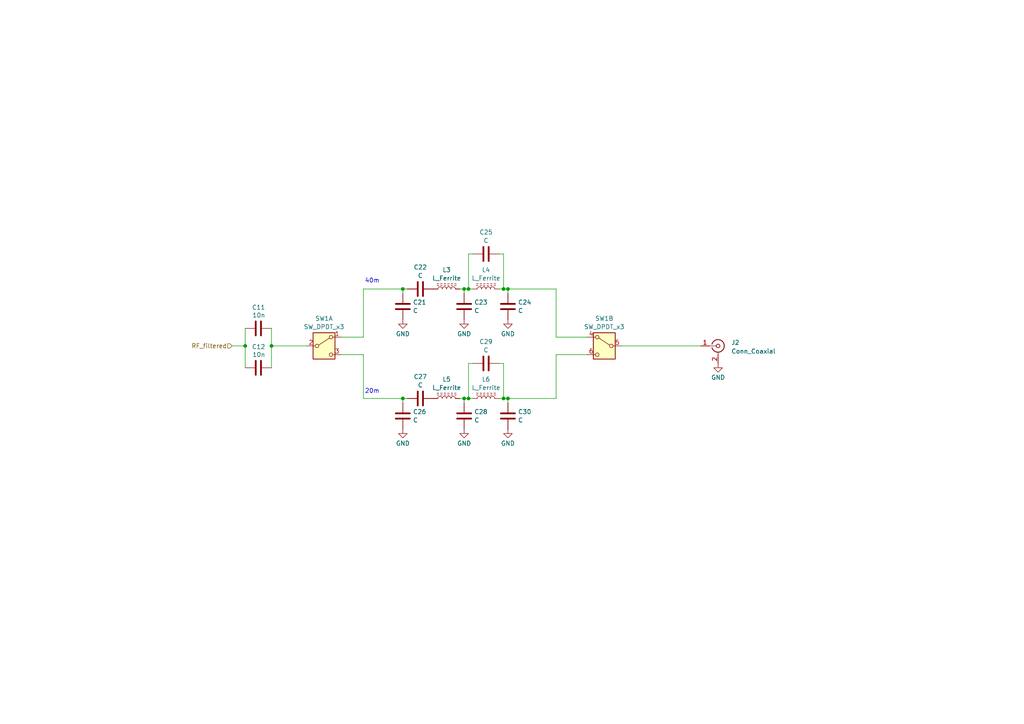
<source format=kicad_sch>
(kicad_sch
	(version 20231120)
	(generator "eeschema")
	(generator_version "8.0")
	(uuid "0f090b4b-3fff-4cf6-9434-d73c20a3fc15")
	(paper "A4")
	(lib_symbols
		(symbol "Connector:Conn_Coaxial"
			(pin_names
				(offset 1.016) hide)
			(exclude_from_sim no)
			(in_bom yes)
			(on_board yes)
			(property "Reference" "J"
				(at 0.254 3.048 0)
				(effects
					(font
						(size 1.27 1.27)
					)
				)
			)
			(property "Value" "Conn_Coaxial"
				(at 2.921 0 90)
				(effects
					(font
						(size 1.27 1.27)
					)
				)
			)
			(property "Footprint" ""
				(at 0 0 0)
				(effects
					(font
						(size 1.27 1.27)
					)
					(hide yes)
				)
			)
			(property "Datasheet" "~"
				(at 0 0 0)
				(effects
					(font
						(size 1.27 1.27)
					)
					(hide yes)
				)
			)
			(property "Description" "coaxial connector (BNC, SMA, SMB, SMC, Cinch/RCA, LEMO, ...)"
				(at 0 0 0)
				(effects
					(font
						(size 1.27 1.27)
					)
					(hide yes)
				)
			)
			(property "ki_keywords" "BNC SMA SMB SMC LEMO coaxial connector CINCH RCA MCX MMCX U.FL UMRF"
				(at 0 0 0)
				(effects
					(font
						(size 1.27 1.27)
					)
					(hide yes)
				)
			)
			(property "ki_fp_filters" "*BNC* *SMA* *SMB* *SMC* *Cinch* *LEMO* *UMRF* *MCX* *U.FL*"
				(at 0 0 0)
				(effects
					(font
						(size 1.27 1.27)
					)
					(hide yes)
				)
			)
			(symbol "Conn_Coaxial_0_1"
				(arc
					(start -1.778 -0.508)
					(mid 0.2311 -1.8066)
					(end 1.778 0)
					(stroke
						(width 0.254)
						(type default)
					)
					(fill
						(type none)
					)
				)
				(polyline
					(pts
						(xy -2.54 0) (xy -0.508 0)
					)
					(stroke
						(width 0)
						(type default)
					)
					(fill
						(type none)
					)
				)
				(polyline
					(pts
						(xy 0 -2.54) (xy 0 -1.778)
					)
					(stroke
						(width 0)
						(type default)
					)
					(fill
						(type none)
					)
				)
				(circle
					(center 0 0)
					(radius 0.508)
					(stroke
						(width 0.2032)
						(type default)
					)
					(fill
						(type none)
					)
				)
				(arc
					(start 1.778 0)
					(mid 0.2099 1.8101)
					(end -1.778 0.508)
					(stroke
						(width 0.254)
						(type default)
					)
					(fill
						(type none)
					)
				)
			)
			(symbol "Conn_Coaxial_1_1"
				(pin passive line
					(at -5.08 0 0)
					(length 2.54)
					(name "In"
						(effects
							(font
								(size 1.27 1.27)
							)
						)
					)
					(number "1"
						(effects
							(font
								(size 1.27 1.27)
							)
						)
					)
				)
				(pin passive line
					(at 0 -5.08 90)
					(length 2.54)
					(name "Ext"
						(effects
							(font
								(size 1.27 1.27)
							)
						)
					)
					(number "2"
						(effects
							(font
								(size 1.27 1.27)
							)
						)
					)
				)
			)
		)
		(symbol "Device:C"
			(pin_numbers hide)
			(pin_names
				(offset 0.254)
			)
			(exclude_from_sim no)
			(in_bom yes)
			(on_board yes)
			(property "Reference" "C"
				(at 0.635 2.54 0)
				(effects
					(font
						(size 1.27 1.27)
					)
					(justify left)
				)
			)
			(property "Value" "C"
				(at 0.635 -2.54 0)
				(effects
					(font
						(size 1.27 1.27)
					)
					(justify left)
				)
			)
			(property "Footprint" ""
				(at 0.9652 -3.81 0)
				(effects
					(font
						(size 1.27 1.27)
					)
					(hide yes)
				)
			)
			(property "Datasheet" "~"
				(at 0 0 0)
				(effects
					(font
						(size 1.27 1.27)
					)
					(hide yes)
				)
			)
			(property "Description" "Unpolarized capacitor"
				(at 0 0 0)
				(effects
					(font
						(size 1.27 1.27)
					)
					(hide yes)
				)
			)
			(property "ki_keywords" "cap capacitor"
				(at 0 0 0)
				(effects
					(font
						(size 1.27 1.27)
					)
					(hide yes)
				)
			)
			(property "ki_fp_filters" "C_*"
				(at 0 0 0)
				(effects
					(font
						(size 1.27 1.27)
					)
					(hide yes)
				)
			)
			(symbol "C_0_1"
				(polyline
					(pts
						(xy -2.032 -0.762) (xy 2.032 -0.762)
					)
					(stroke
						(width 0.508)
						(type default)
					)
					(fill
						(type none)
					)
				)
				(polyline
					(pts
						(xy -2.032 0.762) (xy 2.032 0.762)
					)
					(stroke
						(width 0.508)
						(type default)
					)
					(fill
						(type none)
					)
				)
			)
			(symbol "C_1_1"
				(pin passive line
					(at 0 3.81 270)
					(length 2.794)
					(name "~"
						(effects
							(font
								(size 1.27 1.27)
							)
						)
					)
					(number "1"
						(effects
							(font
								(size 1.27 1.27)
							)
						)
					)
				)
				(pin passive line
					(at 0 -3.81 90)
					(length 2.794)
					(name "~"
						(effects
							(font
								(size 1.27 1.27)
							)
						)
					)
					(number "2"
						(effects
							(font
								(size 1.27 1.27)
							)
						)
					)
				)
			)
		)
		(symbol "Device:L_Ferrite"
			(pin_numbers hide)
			(pin_names
				(offset 1.016) hide)
			(exclude_from_sim no)
			(in_bom yes)
			(on_board yes)
			(property "Reference" "L"
				(at -1.27 0 90)
				(effects
					(font
						(size 1.27 1.27)
					)
				)
			)
			(property "Value" "L_Ferrite"
				(at 2.794 0 90)
				(effects
					(font
						(size 1.27 1.27)
					)
				)
			)
			(property "Footprint" ""
				(at 0 0 0)
				(effects
					(font
						(size 1.27 1.27)
					)
					(hide yes)
				)
			)
			(property "Datasheet" "~"
				(at 0 0 0)
				(effects
					(font
						(size 1.27 1.27)
					)
					(hide yes)
				)
			)
			(property "Description" "Inductor with ferrite core"
				(at 0 0 0)
				(effects
					(font
						(size 1.27 1.27)
					)
					(hide yes)
				)
			)
			(property "ki_keywords" "inductor choke coil reactor magnetic"
				(at 0 0 0)
				(effects
					(font
						(size 1.27 1.27)
					)
					(hide yes)
				)
			)
			(property "ki_fp_filters" "Choke_* *Coil* Inductor_* L_*"
				(at 0 0 0)
				(effects
					(font
						(size 1.27 1.27)
					)
					(hide yes)
				)
			)
			(symbol "L_Ferrite_0_1"
				(arc
					(start 0 -2.54)
					(mid 0.6323 -1.905)
					(end 0 -1.27)
					(stroke
						(width 0)
						(type default)
					)
					(fill
						(type none)
					)
				)
				(arc
					(start 0 -1.27)
					(mid 0.6323 -0.635)
					(end 0 0)
					(stroke
						(width 0)
						(type default)
					)
					(fill
						(type none)
					)
				)
				(polyline
					(pts
						(xy 1.016 -2.794) (xy 1.016 -2.286)
					)
					(stroke
						(width 0)
						(type default)
					)
					(fill
						(type none)
					)
				)
				(polyline
					(pts
						(xy 1.016 -1.778) (xy 1.016 -1.27)
					)
					(stroke
						(width 0)
						(type default)
					)
					(fill
						(type none)
					)
				)
				(polyline
					(pts
						(xy 1.016 -0.762) (xy 1.016 -0.254)
					)
					(stroke
						(width 0)
						(type default)
					)
					(fill
						(type none)
					)
				)
				(polyline
					(pts
						(xy 1.016 0.254) (xy 1.016 0.762)
					)
					(stroke
						(width 0)
						(type default)
					)
					(fill
						(type none)
					)
				)
				(polyline
					(pts
						(xy 1.016 1.27) (xy 1.016 1.778)
					)
					(stroke
						(width 0)
						(type default)
					)
					(fill
						(type none)
					)
				)
				(polyline
					(pts
						(xy 1.016 2.286) (xy 1.016 2.794)
					)
					(stroke
						(width 0)
						(type default)
					)
					(fill
						(type none)
					)
				)
				(polyline
					(pts
						(xy 1.524 -2.286) (xy 1.524 -2.794)
					)
					(stroke
						(width 0)
						(type default)
					)
					(fill
						(type none)
					)
				)
				(polyline
					(pts
						(xy 1.524 -1.27) (xy 1.524 -1.778)
					)
					(stroke
						(width 0)
						(type default)
					)
					(fill
						(type none)
					)
				)
				(polyline
					(pts
						(xy 1.524 -0.254) (xy 1.524 -0.762)
					)
					(stroke
						(width 0)
						(type default)
					)
					(fill
						(type none)
					)
				)
				(polyline
					(pts
						(xy 1.524 0.762) (xy 1.524 0.254)
					)
					(stroke
						(width 0)
						(type default)
					)
					(fill
						(type none)
					)
				)
				(polyline
					(pts
						(xy 1.524 1.778) (xy 1.524 1.27)
					)
					(stroke
						(width 0)
						(type default)
					)
					(fill
						(type none)
					)
				)
				(polyline
					(pts
						(xy 1.524 2.794) (xy 1.524 2.286)
					)
					(stroke
						(width 0)
						(type default)
					)
					(fill
						(type none)
					)
				)
				(arc
					(start 0 0)
					(mid 0.6323 0.635)
					(end 0 1.27)
					(stroke
						(width 0)
						(type default)
					)
					(fill
						(type none)
					)
				)
				(arc
					(start 0 1.27)
					(mid 0.6323 1.905)
					(end 0 2.54)
					(stroke
						(width 0)
						(type default)
					)
					(fill
						(type none)
					)
				)
			)
			(symbol "L_Ferrite_1_1"
				(pin passive line
					(at 0 3.81 270)
					(length 1.27)
					(name "1"
						(effects
							(font
								(size 1.27 1.27)
							)
						)
					)
					(number "1"
						(effects
							(font
								(size 1.27 1.27)
							)
						)
					)
				)
				(pin passive line
					(at 0 -3.81 90)
					(length 1.27)
					(name "2"
						(effects
							(font
								(size 1.27 1.27)
							)
						)
					)
					(number "2"
						(effects
							(font
								(size 1.27 1.27)
							)
						)
					)
				)
			)
		)
		(symbol "power:GND"
			(power)
			(pin_numbers hide)
			(pin_names
				(offset 0) hide)
			(exclude_from_sim no)
			(in_bom yes)
			(on_board yes)
			(property "Reference" "#PWR"
				(at 0 -6.35 0)
				(effects
					(font
						(size 1.27 1.27)
					)
					(hide yes)
				)
			)
			(property "Value" "GND"
				(at 0 -3.81 0)
				(effects
					(font
						(size 1.27 1.27)
					)
				)
			)
			(property "Footprint" ""
				(at 0 0 0)
				(effects
					(font
						(size 1.27 1.27)
					)
					(hide yes)
				)
			)
			(property "Datasheet" ""
				(at 0 0 0)
				(effects
					(font
						(size 1.27 1.27)
					)
					(hide yes)
				)
			)
			(property "Description" "Power symbol creates a global label with name \"GND\" , ground"
				(at 0 0 0)
				(effects
					(font
						(size 1.27 1.27)
					)
					(hide yes)
				)
			)
			(property "ki_keywords" "global power"
				(at 0 0 0)
				(effects
					(font
						(size 1.27 1.27)
					)
					(hide yes)
				)
			)
			(symbol "GND_0_1"
				(polyline
					(pts
						(xy 0 0) (xy 0 -1.27) (xy 1.27 -1.27) (xy 0 -2.54) (xy -1.27 -1.27) (xy 0 -1.27)
					)
					(stroke
						(width 0)
						(type default)
					)
					(fill
						(type none)
					)
				)
			)
			(symbol "GND_1_1"
				(pin power_in line
					(at 0 0 270)
					(length 0)
					(name "~"
						(effects
							(font
								(size 1.27 1.27)
							)
						)
					)
					(number "1"
						(effects
							(font
								(size 1.27 1.27)
							)
						)
					)
				)
			)
		)
		(symbol "summit_scourer:SW_DPDT_x3"
			(pin_names
				(offset 0) hide)
			(exclude_from_sim no)
			(in_bom yes)
			(on_board yes)
			(property "Reference" "SW"
				(at 0 5.08 0)
				(effects
					(font
						(size 1.27 1.27)
					)
				)
			)
			(property "Value" "SW_DPDT_x3"
				(at 0 -5.08 0)
				(effects
					(font
						(size 1.27 1.27)
					)
				)
			)
			(property "Footprint" ""
				(at 0 0 0)
				(effects
					(font
						(size 1.27 1.27)
					)
					(hide yes)
				)
			)
			(property "Datasheet" "~"
				(at 0 0 0)
				(effects
					(font
						(size 1.27 1.27)
					)
					(hide yes)
				)
			)
			(property "Description" "Switch, dual pole double throw, separate symbols"
				(at 0 0 0)
				(effects
					(font
						(size 1.27 1.27)
					)
					(hide yes)
				)
			)
			(property "ki_keywords" "switch dual-pole double-throw DPDT spdt ON-ON"
				(at 0 0 0)
				(effects
					(font
						(size 1.27 1.27)
					)
					(hide yes)
				)
			)
			(property "ki_fp_filters" "SW*DPDT*"
				(at 0 0 0)
				(effects
					(font
						(size 1.27 1.27)
					)
					(hide yes)
				)
			)
			(symbol "SW_DPDT_x3_0_0"
				(circle
					(center -2.032 0)
					(radius 0.508)
					(stroke
						(width 0)
						(type default)
					)
					(fill
						(type none)
					)
				)
				(circle
					(center 2.032 -2.54)
					(radius 0.508)
					(stroke
						(width 0)
						(type default)
					)
					(fill
						(type none)
					)
				)
			)
			(symbol "SW_DPDT_x3_0_1"
				(rectangle
					(start -3.175 3.81)
					(end 3.175 -3.81)
					(stroke
						(width 0.254)
						(type default)
					)
					(fill
						(type background)
					)
				)
				(polyline
					(pts
						(xy -1.524 0.254) (xy 1.5748 2.286)
					)
					(stroke
						(width 0)
						(type default)
					)
					(fill
						(type none)
					)
				)
				(circle
					(center 2.032 2.54)
					(radius 0.508)
					(stroke
						(width 0)
						(type default)
					)
					(fill
						(type none)
					)
				)
			)
			(symbol "SW_DPDT_x3_1_1"
				(pin passive line
					(at 5.08 2.54 180)
					(length 2.54)
					(name "A"
						(effects
							(font
								(size 1.27 1.27)
							)
						)
					)
					(number "1"
						(effects
							(font
								(size 1.27 1.27)
							)
						)
					)
				)
				(pin passive line
					(at -5.08 0 0)
					(length 2.54)
					(name "B"
						(effects
							(font
								(size 1.27 1.27)
							)
						)
					)
					(number "2"
						(effects
							(font
								(size 1.27 1.27)
							)
						)
					)
				)
				(pin passive line
					(at 5.08 -2.54 180)
					(length 2.54)
					(name "C"
						(effects
							(font
								(size 1.27 1.27)
							)
						)
					)
					(number "3"
						(effects
							(font
								(size 1.27 1.27)
							)
						)
					)
				)
			)
			(symbol "SW_DPDT_x3_2_1"
				(pin passive line
					(at 5.08 2.54 180)
					(length 2.54)
					(name "A"
						(effects
							(font
								(size 1.27 1.27)
							)
						)
					)
					(number "4"
						(effects
							(font
								(size 1.27 1.27)
							)
						)
					)
				)
				(pin passive line
					(at -5.08 0 0)
					(length 2.54)
					(name "B"
						(effects
							(font
								(size 1.27 1.27)
							)
						)
					)
					(number "5"
						(effects
							(font
								(size 1.27 1.27)
							)
						)
					)
				)
				(pin passive line
					(at 5.08 -2.54 180)
					(length 2.54)
					(name "C"
						(effects
							(font
								(size 1.27 1.27)
							)
						)
					)
					(number "6"
						(effects
							(font
								(size 1.27 1.27)
							)
						)
					)
				)
			)
			(symbol "SW_DPDT_x3_3_1"
				(pin passive line
					(at 5.08 2.54 180)
					(length 2.54)
					(name "A"
						(effects
							(font
								(size 1.27 1.27)
							)
						)
					)
					(number "7"
						(effects
							(font
								(size 1.27 1.27)
							)
						)
					)
				)
				(pin passive line
					(at -5.08 0 0)
					(length 2.54)
					(name "B"
						(effects
							(font
								(size 1.27 1.27)
							)
						)
					)
					(number "8"
						(effects
							(font
								(size 1.27 1.27)
							)
						)
					)
				)
				(pin passive line
					(at 5.08 -2.54 180)
					(length 2.54)
					(name "C"
						(effects
							(font
								(size 1.27 1.27)
							)
						)
					)
					(number "9"
						(effects
							(font
								(size 1.27 1.27)
							)
						)
					)
				)
			)
		)
	)
	(junction
		(at 134.62 115.57)
		(diameter 0)
		(color 0 0 0 0)
		(uuid "3a424888-68b3-4b0d-b2f8-5ef0af00e9f6")
	)
	(junction
		(at 71.12 100.33)
		(diameter 0)
		(color 0 0 0 0)
		(uuid "437b1aa8-a808-4c0e-8ccc-217e4311362e")
	)
	(junction
		(at 78.74 100.33)
		(diameter 0)
		(color 0 0 0 0)
		(uuid "843deada-4f01-48b8-aebc-dd1a959d97f9")
	)
	(junction
		(at 116.84 115.57)
		(diameter 0)
		(color 0 0 0 0)
		(uuid "848f7df7-b7f4-40dd-af9f-c290efe4f4da")
	)
	(junction
		(at 135.89 83.82)
		(diameter 0)
		(color 0 0 0 0)
		(uuid "9c0097c4-f654-491f-a541-b65a9ce38ba9")
	)
	(junction
		(at 147.32 83.82)
		(diameter 0)
		(color 0 0 0 0)
		(uuid "c1b84da4-49cf-45d1-95c1-3b07d4031148")
	)
	(junction
		(at 135.89 115.57)
		(diameter 0)
		(color 0 0 0 0)
		(uuid "cbcff670-8d02-44d7-8ead-19ca8e6090be")
	)
	(junction
		(at 146.05 83.82)
		(diameter 0)
		(color 0 0 0 0)
		(uuid "daf8e6bf-b6cb-4426-9abe-203909d1db6f")
	)
	(junction
		(at 147.32 115.57)
		(diameter 0)
		(color 0 0 0 0)
		(uuid "dc2ed7b1-4be3-40ac-96ad-bb812f0b8885")
	)
	(junction
		(at 134.62 83.82)
		(diameter 0)
		(color 0 0 0 0)
		(uuid "de425d7e-22a6-468c-901e-82c599ef5fee")
	)
	(junction
		(at 146.05 115.57)
		(diameter 0)
		(color 0 0 0 0)
		(uuid "f8392b48-cd18-4d9c-9ceb-66f9bdafc4ea")
	)
	(junction
		(at 116.84 83.82)
		(diameter 0)
		(color 0 0 0 0)
		(uuid "fdc10199-31b6-41b5-a8ed-acb172d566d7")
	)
	(wire
		(pts
			(xy 135.89 115.57) (xy 137.16 115.57)
		)
		(stroke
			(width 0)
			(type default)
		)
		(uuid "12a65faf-ebf1-43c0-ae9f-2ac4640cdfef")
	)
	(wire
		(pts
			(xy 146.05 83.82) (xy 147.32 83.82)
		)
		(stroke
			(width 0)
			(type default)
		)
		(uuid "14c56a8c-7c9c-446e-961f-d9bd9f33da49")
	)
	(wire
		(pts
			(xy 134.62 83.82) (xy 135.89 83.82)
		)
		(stroke
			(width 0)
			(type default)
		)
		(uuid "14d38103-9e51-4134-874d-a283f460f84c")
	)
	(wire
		(pts
			(xy 180.34 100.33) (xy 203.2 100.33)
		)
		(stroke
			(width 0)
			(type default)
		)
		(uuid "14fe8e8d-5540-437c-82ca-2f3e79bd564b")
	)
	(wire
		(pts
			(xy 71.12 100.33) (xy 71.12 106.68)
		)
		(stroke
			(width 0)
			(type default)
		)
		(uuid "174ac5d3-4c6f-4900-9dbf-99f3bd76a0d1")
	)
	(wire
		(pts
			(xy 135.89 105.41) (xy 135.89 115.57)
		)
		(stroke
			(width 0)
			(type default)
		)
		(uuid "1eba7303-a4d3-452e-82ff-0fdd96966b78")
	)
	(wire
		(pts
			(xy 78.74 100.33) (xy 78.74 106.68)
		)
		(stroke
			(width 0)
			(type default)
		)
		(uuid "1fa8d43a-e948-48ac-9341-d4cf667841a5")
	)
	(wire
		(pts
			(xy 144.78 73.66) (xy 146.05 73.66)
		)
		(stroke
			(width 0)
			(type default)
		)
		(uuid "29760911-f6bc-4b27-84c0-1a807f5d419f")
	)
	(wire
		(pts
			(xy 71.12 95.25) (xy 71.12 100.33)
		)
		(stroke
			(width 0)
			(type default)
		)
		(uuid "29e9aec5-b6af-42c5-a793-d08373fc27ea")
	)
	(wire
		(pts
			(xy 134.62 115.57) (xy 133.35 115.57)
		)
		(stroke
			(width 0)
			(type default)
		)
		(uuid "2fbd6566-7d1e-4eb6-a2b8-c0a9b553db16")
	)
	(wire
		(pts
			(xy 135.89 83.82) (xy 137.16 83.82)
		)
		(stroke
			(width 0)
			(type default)
		)
		(uuid "33bbddd4-78ed-4417-bf6b-ca9bc320c4ae")
	)
	(wire
		(pts
			(xy 146.05 105.41) (xy 146.05 115.57)
		)
		(stroke
			(width 0)
			(type default)
		)
		(uuid "35da99da-17cb-4778-a7f5-f7ea03cfac87")
	)
	(wire
		(pts
			(xy 170.18 102.87) (xy 161.29 102.87)
		)
		(stroke
			(width 0)
			(type default)
		)
		(uuid "3b02a0be-734a-4ded-a766-d6917a884f03")
	)
	(wire
		(pts
			(xy 144.78 105.41) (xy 146.05 105.41)
		)
		(stroke
			(width 0)
			(type default)
		)
		(uuid "3edc85bc-3b0f-41d5-a7de-cad68e09d97f")
	)
	(wire
		(pts
			(xy 134.62 116.84) (xy 134.62 115.57)
		)
		(stroke
			(width 0)
			(type default)
		)
		(uuid "45c1d4d7-fa17-4cf1-b851-350e88918093")
	)
	(wire
		(pts
			(xy 147.32 116.84) (xy 147.32 115.57)
		)
		(stroke
			(width 0)
			(type default)
		)
		(uuid "47c7cf45-fff3-4192-8e9a-718fad969129")
	)
	(wire
		(pts
			(xy 137.16 73.66) (xy 135.89 73.66)
		)
		(stroke
			(width 0)
			(type default)
		)
		(uuid "5532ea2e-add2-4c12-9410-8fc480158cd5")
	)
	(wire
		(pts
			(xy 134.62 85.09) (xy 134.62 83.82)
		)
		(stroke
			(width 0)
			(type default)
		)
		(uuid "56230d7c-2faa-45d4-b30d-8f0d1730fb1e")
	)
	(wire
		(pts
			(xy 146.05 115.57) (xy 147.32 115.57)
		)
		(stroke
			(width 0)
			(type default)
		)
		(uuid "58a3df2d-11d5-4c6d-a353-9a1b7e52f021")
	)
	(wire
		(pts
			(xy 67.31 100.33) (xy 71.12 100.33)
		)
		(stroke
			(width 0)
			(type default)
		)
		(uuid "5e473325-1061-44c5-a21c-a7994b5ab5d6")
	)
	(wire
		(pts
			(xy 116.84 116.84) (xy 116.84 115.57)
		)
		(stroke
			(width 0)
			(type default)
		)
		(uuid "5e9c4275-26b9-4e9b-858c-e9481c1de143")
	)
	(wire
		(pts
			(xy 161.29 83.82) (xy 147.32 83.82)
		)
		(stroke
			(width 0)
			(type default)
		)
		(uuid "5ef2ca9b-61eb-41bf-b95b-2416941823d6")
	)
	(wire
		(pts
			(xy 135.89 73.66) (xy 135.89 83.82)
		)
		(stroke
			(width 0)
			(type default)
		)
		(uuid "6491813d-e7b5-454a-836d-c376e8313b81")
	)
	(wire
		(pts
			(xy 137.16 105.41) (xy 135.89 105.41)
		)
		(stroke
			(width 0)
			(type default)
		)
		(uuid "67a80a8f-9435-4d9b-8735-7d533abd9176")
	)
	(wire
		(pts
			(xy 144.78 83.82) (xy 146.05 83.82)
		)
		(stroke
			(width 0)
			(type default)
		)
		(uuid "6890cca5-fa4a-47d9-86fe-eb7064555d38")
	)
	(wire
		(pts
			(xy 99.06 97.79) (xy 105.41 97.79)
		)
		(stroke
			(width 0)
			(type default)
		)
		(uuid "68dc21e8-9fb3-4faa-b8a6-d460fe0df3fc")
	)
	(wire
		(pts
			(xy 78.74 100.33) (xy 78.74 95.25)
		)
		(stroke
			(width 0)
			(type default)
		)
		(uuid "87cca66f-c7e0-4b25-b74b-05ec0332d38f")
	)
	(wire
		(pts
			(xy 116.84 85.09) (xy 116.84 83.82)
		)
		(stroke
			(width 0)
			(type default)
		)
		(uuid "89c71049-2cc0-441e-8a31-2ee158c57565")
	)
	(wire
		(pts
			(xy 161.29 97.79) (xy 161.29 83.82)
		)
		(stroke
			(width 0)
			(type default)
		)
		(uuid "91b914c4-50c2-4cd8-b484-c92c40acbae9")
	)
	(wire
		(pts
			(xy 116.84 115.57) (xy 118.11 115.57)
		)
		(stroke
			(width 0)
			(type default)
		)
		(uuid "9258b8dc-fef8-4832-b7d8-0af1cf55f776")
	)
	(wire
		(pts
			(xy 116.84 83.82) (xy 118.11 83.82)
		)
		(stroke
			(width 0)
			(type default)
		)
		(uuid "94fce440-4d5d-441d-84d8-0648b2dd7269")
	)
	(wire
		(pts
			(xy 105.41 97.79) (xy 105.41 83.82)
		)
		(stroke
			(width 0)
			(type default)
		)
		(uuid "a2b39cd5-6708-44cc-9663-a8bc7c35c4fd")
	)
	(wire
		(pts
			(xy 147.32 85.09) (xy 147.32 83.82)
		)
		(stroke
			(width 0)
			(type default)
		)
		(uuid "b7afcb30-f2f6-468f-bdbd-e1e03de3bc96")
	)
	(wire
		(pts
			(xy 134.62 83.82) (xy 133.35 83.82)
		)
		(stroke
			(width 0)
			(type default)
		)
		(uuid "bf996d58-eadf-4cb8-b69d-34f0ec415dd0")
	)
	(wire
		(pts
			(xy 78.74 100.33) (xy 88.9 100.33)
		)
		(stroke
			(width 0)
			(type default)
		)
		(uuid "c156b8c6-fb8a-434d-b098-9703286476ec")
	)
	(wire
		(pts
			(xy 134.62 115.57) (xy 135.89 115.57)
		)
		(stroke
			(width 0)
			(type default)
		)
		(uuid "c428bae2-5881-433c-b6c5-985c26a2c41e")
	)
	(wire
		(pts
			(xy 105.41 115.57) (xy 116.84 115.57)
		)
		(stroke
			(width 0)
			(type default)
		)
		(uuid "c8ee8848-a211-4202-b5cc-5e13b078c509")
	)
	(wire
		(pts
			(xy 144.78 115.57) (xy 146.05 115.57)
		)
		(stroke
			(width 0)
			(type default)
		)
		(uuid "cba4805f-af24-4e8b-97b0-0bb465b607c2")
	)
	(wire
		(pts
			(xy 105.41 83.82) (xy 116.84 83.82)
		)
		(stroke
			(width 0)
			(type default)
		)
		(uuid "cd3e0e08-69ec-4f33-a3a0-ce927fb72e90")
	)
	(wire
		(pts
			(xy 105.41 102.87) (xy 105.41 115.57)
		)
		(stroke
			(width 0)
			(type default)
		)
		(uuid "d0e54653-a82d-4979-b050-cc337af55e3f")
	)
	(wire
		(pts
			(xy 99.06 102.87) (xy 105.41 102.87)
		)
		(stroke
			(width 0)
			(type default)
		)
		(uuid "dbe24048-1ba2-43ff-83d9-533bf4b15022")
	)
	(wire
		(pts
			(xy 147.32 115.57) (xy 161.29 115.57)
		)
		(stroke
			(width 0)
			(type default)
		)
		(uuid "e00aeff0-4ffc-491b-aafe-ab266c01452e")
	)
	(wire
		(pts
			(xy 161.29 102.87) (xy 161.29 115.57)
		)
		(stroke
			(width 0)
			(type default)
		)
		(uuid "e0b24e1a-ca48-492f-9f7e-cb88cce8a9d2")
	)
	(wire
		(pts
			(xy 170.18 97.79) (xy 161.29 97.79)
		)
		(stroke
			(width 0)
			(type default)
		)
		(uuid "f15399ec-f9cf-483b-a50c-c36cca7ee1cf")
	)
	(wire
		(pts
			(xy 146.05 73.66) (xy 146.05 83.82)
		)
		(stroke
			(width 0)
			(type default)
		)
		(uuid "f9237a8a-3fad-465a-b901-9372f2f6cab8")
	)
	(text "40m"
		(exclude_from_sim no)
		(at 107.95 81.534 0)
		(effects
			(font
				(size 1.27 1.27)
			)
		)
		(uuid "7236d2ca-814c-4f7c-9b4b-393af3ea8a00")
	)
	(text "20m"
		(exclude_from_sim no)
		(at 107.95 113.538 0)
		(effects
			(font
				(size 1.27 1.27)
			)
		)
		(uuid "ae2d43bd-5ae3-4295-9d37-c23b5f6de148")
	)
	(hierarchical_label "RF_filtered"
		(shape input)
		(at 67.31 100.33 180)
		(fields_autoplaced yes)
		(effects
			(font
				(size 1.27 1.27)
			)
			(justify right)
		)
		(uuid "1c9ddbc9-e357-4ad7-8804-375a8d09b002")
	)
	(symbol
		(lib_id "Device:C")
		(at 116.84 88.9 0)
		(unit 1)
		(exclude_from_sim no)
		(in_bom yes)
		(on_board yes)
		(dnp no)
		(fields_autoplaced yes)
		(uuid "0008e5ed-ce37-4eec-9948-b9de142517bd")
		(property "Reference" "C21"
			(at 119.761 87.6878 0)
			(effects
				(font
					(size 1.27 1.27)
				)
				(justify left)
			)
		)
		(property "Value" "C"
			(at 119.761 90.1121 0)
			(effects
				(font
					(size 1.27 1.27)
				)
				(justify left)
			)
		)
		(property "Footprint" ""
			(at 117.8052 92.71 0)
			(effects
				(font
					(size 1.27 1.27)
				)
				(hide yes)
			)
		)
		(property "Datasheet" "~"
			(at 116.84 88.9 0)
			(effects
				(font
					(size 1.27 1.27)
				)
				(hide yes)
			)
		)
		(property "Description" "Unpolarized capacitor"
			(at 116.84 88.9 0)
			(effects
				(font
					(size 1.27 1.27)
				)
				(hide yes)
			)
		)
		(pin "1"
			(uuid "254fdce8-1d51-4947-b44e-e0b478df7a27")
		)
		(pin "2"
			(uuid "2fa44093-9b23-4544-afa1-073d75da250b")
		)
		(instances
			(project "summit_scourer"
				(path "/97fa5a9e-fea2-40ae-976c-23c41ffbf522/9fbfd906-229a-4df1-bc19-fc11b139ce42"
					(reference "C21")
					(unit 1)
				)
			)
		)
	)
	(symbol
		(lib_id "Device:C")
		(at 140.97 73.66 90)
		(unit 1)
		(exclude_from_sim no)
		(in_bom yes)
		(on_board yes)
		(dnp no)
		(fields_autoplaced yes)
		(uuid "1ace01e2-9603-4014-98ad-7cde3a27a938")
		(property "Reference" "C25"
			(at 140.97 67.3565 90)
			(effects
				(font
					(size 1.27 1.27)
				)
			)
		)
		(property "Value" "C"
			(at 140.97 69.7808 90)
			(effects
				(font
					(size 1.27 1.27)
				)
			)
		)
		(property "Footprint" ""
			(at 144.78 72.6948 0)
			(effects
				(font
					(size 1.27 1.27)
				)
				(hide yes)
			)
		)
		(property "Datasheet" "~"
			(at 140.97 73.66 0)
			(effects
				(font
					(size 1.27 1.27)
				)
				(hide yes)
			)
		)
		(property "Description" "Unpolarized capacitor"
			(at 140.97 73.66 0)
			(effects
				(font
					(size 1.27 1.27)
				)
				(hide yes)
			)
		)
		(pin "1"
			(uuid "ba9e4928-4671-4875-84e1-261b1204eac3")
		)
		(pin "2"
			(uuid "ea24d381-1fb4-42c0-b94c-d4c2c2b464b6")
		)
		(instances
			(project "summit_scourer"
				(path "/97fa5a9e-fea2-40ae-976c-23c41ffbf522/9fbfd906-229a-4df1-bc19-fc11b139ce42"
					(reference "C25")
					(unit 1)
				)
			)
		)
	)
	(symbol
		(lib_id "Device:C")
		(at 116.84 120.65 0)
		(unit 1)
		(exclude_from_sim no)
		(in_bom yes)
		(on_board yes)
		(dnp no)
		(fields_autoplaced yes)
		(uuid "2257764d-4c80-4ff7-8428-bfd7bd335161")
		(property "Reference" "C26"
			(at 119.761 119.4378 0)
			(effects
				(font
					(size 1.27 1.27)
				)
				(justify left)
			)
		)
		(property "Value" "C"
			(at 119.761 121.8621 0)
			(effects
				(font
					(size 1.27 1.27)
				)
				(justify left)
			)
		)
		(property "Footprint" ""
			(at 117.8052 124.46 0)
			(effects
				(font
					(size 1.27 1.27)
				)
				(hide yes)
			)
		)
		(property "Datasheet" "~"
			(at 116.84 120.65 0)
			(effects
				(font
					(size 1.27 1.27)
				)
				(hide yes)
			)
		)
		(property "Description" "Unpolarized capacitor"
			(at 116.84 120.65 0)
			(effects
				(font
					(size 1.27 1.27)
				)
				(hide yes)
			)
		)
		(pin "1"
			(uuid "343929dd-3d6b-4ca0-8ab4-0233f6b17cda")
		)
		(pin "2"
			(uuid "0f5e70b7-6a19-45f6-8136-0e18ee95e149")
		)
		(instances
			(project "summit_scourer"
				(path "/97fa5a9e-fea2-40ae-976c-23c41ffbf522/9fbfd906-229a-4df1-bc19-fc11b139ce42"
					(reference "C26")
					(unit 1)
				)
			)
		)
	)
	(symbol
		(lib_id "power:GND")
		(at 134.62 92.71 0)
		(unit 1)
		(exclude_from_sim no)
		(in_bom yes)
		(on_board yes)
		(dnp no)
		(fields_autoplaced yes)
		(uuid "2daee4a9-77fd-46da-aef0-60f2d508b3e5")
		(property "Reference" "#PWR025"
			(at 134.62 99.06 0)
			(effects
				(font
					(size 1.27 1.27)
				)
				(hide yes)
			)
		)
		(property "Value" "GND"
			(at 134.62 96.8431 0)
			(effects
				(font
					(size 1.27 1.27)
				)
			)
		)
		(property "Footprint" ""
			(at 134.62 92.71 0)
			(effects
				(font
					(size 1.27 1.27)
				)
				(hide yes)
			)
		)
		(property "Datasheet" ""
			(at 134.62 92.71 0)
			(effects
				(font
					(size 1.27 1.27)
				)
				(hide yes)
			)
		)
		(property "Description" "Power symbol creates a global label with name \"GND\" , ground"
			(at 134.62 92.71 0)
			(effects
				(font
					(size 1.27 1.27)
				)
				(hide yes)
			)
		)
		(pin "1"
			(uuid "52ca3800-812d-4d18-bb90-038681a655af")
		)
		(instances
			(project "summit_scourer"
				(path "/97fa5a9e-fea2-40ae-976c-23c41ffbf522/9fbfd906-229a-4df1-bc19-fc11b139ce42"
					(reference "#PWR025")
					(unit 1)
				)
			)
		)
	)
	(symbol
		(lib_id "power:GND")
		(at 134.62 124.46 0)
		(unit 1)
		(exclude_from_sim no)
		(in_bom yes)
		(on_board yes)
		(dnp no)
		(fields_autoplaced yes)
		(uuid "2fba2ca4-58fe-4342-86d1-ef1b20708784")
		(property "Reference" "#PWR028"
			(at 134.62 130.81 0)
			(effects
				(font
					(size 1.27 1.27)
				)
				(hide yes)
			)
		)
		(property "Value" "GND"
			(at 134.62 128.5931 0)
			(effects
				(font
					(size 1.27 1.27)
				)
			)
		)
		(property "Footprint" ""
			(at 134.62 124.46 0)
			(effects
				(font
					(size 1.27 1.27)
				)
				(hide yes)
			)
		)
		(property "Datasheet" ""
			(at 134.62 124.46 0)
			(effects
				(font
					(size 1.27 1.27)
				)
				(hide yes)
			)
		)
		(property "Description" "Power symbol creates a global label with name \"GND\" , ground"
			(at 134.62 124.46 0)
			(effects
				(font
					(size 1.27 1.27)
				)
				(hide yes)
			)
		)
		(pin "1"
			(uuid "c4ee85d4-5e61-4cb1-8f8c-b23918f8c652")
		)
		(instances
			(project "summit_scourer"
				(path "/97fa5a9e-fea2-40ae-976c-23c41ffbf522/9fbfd906-229a-4df1-bc19-fc11b139ce42"
					(reference "#PWR028")
					(unit 1)
				)
			)
		)
	)
	(symbol
		(lib_id "power:GND")
		(at 116.84 92.71 0)
		(unit 1)
		(exclude_from_sim no)
		(in_bom yes)
		(on_board yes)
		(dnp no)
		(fields_autoplaced yes)
		(uuid "343147b9-24a7-47e9-94d9-8c546c2b5307")
		(property "Reference" "#PWR024"
			(at 116.84 99.06 0)
			(effects
				(font
					(size 1.27 1.27)
				)
				(hide yes)
			)
		)
		(property "Value" "GND"
			(at 116.84 96.8431 0)
			(effects
				(font
					(size 1.27 1.27)
				)
			)
		)
		(property "Footprint" ""
			(at 116.84 92.71 0)
			(effects
				(font
					(size 1.27 1.27)
				)
				(hide yes)
			)
		)
		(property "Datasheet" ""
			(at 116.84 92.71 0)
			(effects
				(font
					(size 1.27 1.27)
				)
				(hide yes)
			)
		)
		(property "Description" "Power symbol creates a global label with name \"GND\" , ground"
			(at 116.84 92.71 0)
			(effects
				(font
					(size 1.27 1.27)
				)
				(hide yes)
			)
		)
		(pin "1"
			(uuid "f1b177a6-6a8e-42a7-83ae-c42e1f3e3de3")
		)
		(instances
			(project "summit_scourer"
				(path "/97fa5a9e-fea2-40ae-976c-23c41ffbf522/9fbfd906-229a-4df1-bc19-fc11b139ce42"
					(reference "#PWR024")
					(unit 1)
				)
			)
		)
	)
	(symbol
		(lib_id "summit_scourer:SW_DPDT_x3")
		(at 175.26 100.33 0)
		(mirror y)
		(unit 2)
		(exclude_from_sim no)
		(in_bom yes)
		(on_board yes)
		(dnp no)
		(uuid "394a8c30-2375-4388-a3c0-276b4eaaa0a8")
		(property "Reference" "SW1"
			(at 175.26 92.3755 0)
			(effects
				(font
					(size 1.27 1.27)
				)
			)
		)
		(property "Value" "SW_DPDT_x3"
			(at 175.26 94.7998 0)
			(effects
				(font
					(size 1.27 1.27)
				)
			)
		)
		(property "Footprint" ""
			(at 175.26 100.33 0)
			(effects
				(font
					(size 1.27 1.27)
				)
				(hide yes)
			)
		)
		(property "Datasheet" "~"
			(at 175.26 100.33 0)
			(effects
				(font
					(size 1.27 1.27)
				)
				(hide yes)
			)
		)
		(property "Description" "Switch, dual pole double throw, separate symbols"
			(at 175.26 100.33 0)
			(effects
				(font
					(size 1.27 1.27)
				)
				(hide yes)
			)
		)
		(pin "1"
			(uuid "c59e8c08-2d0b-4789-aa13-e616ae9b76a0")
		)
		(pin "3"
			(uuid "f4f3fca1-b7f5-4e36-8491-d764887913e8")
		)
		(pin "8"
			(uuid "8b157994-0774-47b3-bd20-fe41c9f9f56e")
		)
		(pin "6"
			(uuid "2c291557-0972-4c87-b872-5180a87a5fa5")
		)
		(pin "7"
			(uuid "d9718383-b4e3-4b86-9324-e0c5c262c20a")
		)
		(pin "9"
			(uuid "ae6b256d-7814-4705-975a-11ff34c8cb9f")
		)
		(pin "4"
			(uuid "31f8ec51-0102-4684-a758-f8b1d2283c9f")
		)
		(pin "5"
			(uuid "37b9bc1f-f78c-42ee-8a3e-55e1bfda4115")
		)
		(pin "2"
			(uuid "d8db9691-3547-4a08-9733-37d3577a9f3b")
		)
		(instances
			(project "summit_scourer"
				(path "/97fa5a9e-fea2-40ae-976c-23c41ffbf522/9fbfd906-229a-4df1-bc19-fc11b139ce42"
					(reference "SW1")
					(unit 2)
				)
			)
		)
	)
	(symbol
		(lib_id "Device:C")
		(at 134.62 88.9 0)
		(unit 1)
		(exclude_from_sim no)
		(in_bom yes)
		(on_board yes)
		(dnp no)
		(fields_autoplaced yes)
		(uuid "3c2c92cd-fd3e-4c89-9daf-f2a0cd3aae1e")
		(property "Reference" "C23"
			(at 137.541 87.6878 0)
			(effects
				(font
					(size 1.27 1.27)
				)
				(justify left)
			)
		)
		(property "Value" "C"
			(at 137.541 90.1121 0)
			(effects
				(font
					(size 1.27 1.27)
				)
				(justify left)
			)
		)
		(property "Footprint" ""
			(at 135.5852 92.71 0)
			(effects
				(font
					(size 1.27 1.27)
				)
				(hide yes)
			)
		)
		(property "Datasheet" "~"
			(at 134.62 88.9 0)
			(effects
				(font
					(size 1.27 1.27)
				)
				(hide yes)
			)
		)
		(property "Description" "Unpolarized capacitor"
			(at 134.62 88.9 0)
			(effects
				(font
					(size 1.27 1.27)
				)
				(hide yes)
			)
		)
		(pin "1"
			(uuid "6d3b9c15-9f38-43c1-bcde-e73d6f9f3243")
		)
		(pin "2"
			(uuid "bc894f61-40ac-4d01-8d02-4322532b7d0f")
		)
		(instances
			(project "summit_scourer"
				(path "/97fa5a9e-fea2-40ae-976c-23c41ffbf522/9fbfd906-229a-4df1-bc19-fc11b139ce42"
					(reference "C23")
					(unit 1)
				)
			)
		)
	)
	(symbol
		(lib_id "summit_scourer:SW_DPDT_x3")
		(at 93.98 100.33 0)
		(unit 1)
		(exclude_from_sim no)
		(in_bom yes)
		(on_board yes)
		(dnp no)
		(fields_autoplaced yes)
		(uuid "3ef1274d-8285-47c3-ba61-dda14ece73ad")
		(property "Reference" "SW1"
			(at 93.98 92.3755 0)
			(effects
				(font
					(size 1.27 1.27)
				)
			)
		)
		(property "Value" "SW_DPDT_x3"
			(at 93.98 94.7998 0)
			(effects
				(font
					(size 1.27 1.27)
				)
			)
		)
		(property "Footprint" ""
			(at 93.98 100.33 0)
			(effects
				(font
					(size 1.27 1.27)
				)
				(hide yes)
			)
		)
		(property "Datasheet" "~"
			(at 93.98 100.33 0)
			(effects
				(font
					(size 1.27 1.27)
				)
				(hide yes)
			)
		)
		(property "Description" "Switch, dual pole double throw, separate symbols"
			(at 93.98 100.33 0)
			(effects
				(font
					(size 1.27 1.27)
				)
				(hide yes)
			)
		)
		(pin "1"
			(uuid "c59e8c08-2d0b-4789-aa13-e616ae9b76a0")
		)
		(pin "3"
			(uuid "f4f3fca1-b7f5-4e36-8491-d764887913e8")
		)
		(pin "8"
			(uuid "8b157994-0774-47b3-bd20-fe41c9f9f56e")
		)
		(pin "6"
			(uuid "2c291557-0972-4c87-b872-5180a87a5fa5")
		)
		(pin "7"
			(uuid "d9718383-b4e3-4b86-9324-e0c5c262c20a")
		)
		(pin "9"
			(uuid "ae6b256d-7814-4705-975a-11ff34c8cb9f")
		)
		(pin "4"
			(uuid "31f8ec51-0102-4684-a758-f8b1d2283c9f")
		)
		(pin "5"
			(uuid "37b9bc1f-f78c-42ee-8a3e-55e1bfda4115")
		)
		(pin "2"
			(uuid "d8db9691-3547-4a08-9733-37d3577a9f3b")
		)
		(instances
			(project "summit_scourer"
				(path "/97fa5a9e-fea2-40ae-976c-23c41ffbf522/9fbfd906-229a-4df1-bc19-fc11b139ce42"
					(reference "SW1")
					(unit 1)
				)
			)
		)
	)
	(symbol
		(lib_id "Device:C")
		(at 134.62 120.65 0)
		(unit 1)
		(exclude_from_sim no)
		(in_bom yes)
		(on_board yes)
		(dnp no)
		(fields_autoplaced yes)
		(uuid "536b880c-71e2-4934-a8e1-5bf3da981de9")
		(property "Reference" "C28"
			(at 137.541 119.4378 0)
			(effects
				(font
					(size 1.27 1.27)
				)
				(justify left)
			)
		)
		(property "Value" "C"
			(at 137.541 121.8621 0)
			(effects
				(font
					(size 1.27 1.27)
				)
				(justify left)
			)
		)
		(property "Footprint" ""
			(at 135.5852 124.46 0)
			(effects
				(font
					(size 1.27 1.27)
				)
				(hide yes)
			)
		)
		(property "Datasheet" "~"
			(at 134.62 120.65 0)
			(effects
				(font
					(size 1.27 1.27)
				)
				(hide yes)
			)
		)
		(property "Description" "Unpolarized capacitor"
			(at 134.62 120.65 0)
			(effects
				(font
					(size 1.27 1.27)
				)
				(hide yes)
			)
		)
		(pin "1"
			(uuid "17367b28-4356-4012-a569-d3226506316d")
		)
		(pin "2"
			(uuid "76a02247-2d6a-490f-93cd-9dd351683465")
		)
		(instances
			(project "summit_scourer"
				(path "/97fa5a9e-fea2-40ae-976c-23c41ffbf522/9fbfd906-229a-4df1-bc19-fc11b139ce42"
					(reference "C28")
					(unit 1)
				)
			)
		)
	)
	(symbol
		(lib_id "Device:C")
		(at 140.97 105.41 90)
		(unit 1)
		(exclude_from_sim no)
		(in_bom yes)
		(on_board yes)
		(dnp no)
		(fields_autoplaced yes)
		(uuid "57a832aa-a43d-4e6d-aed9-0c2ffde27d25")
		(property "Reference" "C29"
			(at 140.97 99.1065 90)
			(effects
				(font
					(size 1.27 1.27)
				)
			)
		)
		(property "Value" "C"
			(at 140.97 101.5308 90)
			(effects
				(font
					(size 1.27 1.27)
				)
			)
		)
		(property "Footprint" ""
			(at 144.78 104.4448 0)
			(effects
				(font
					(size 1.27 1.27)
				)
				(hide yes)
			)
		)
		(property "Datasheet" "~"
			(at 140.97 105.41 0)
			(effects
				(font
					(size 1.27 1.27)
				)
				(hide yes)
			)
		)
		(property "Description" "Unpolarized capacitor"
			(at 140.97 105.41 0)
			(effects
				(font
					(size 1.27 1.27)
				)
				(hide yes)
			)
		)
		(pin "1"
			(uuid "2051caac-d086-4169-956e-77ba3491492c")
		)
		(pin "2"
			(uuid "930599f7-05a9-47e2-aecf-34cf73e656ca")
		)
		(instances
			(project "summit_scourer"
				(path "/97fa5a9e-fea2-40ae-976c-23c41ffbf522/9fbfd906-229a-4df1-bc19-fc11b139ce42"
					(reference "C29")
					(unit 1)
				)
			)
		)
	)
	(symbol
		(lib_id "Device:C")
		(at 147.32 88.9 0)
		(unit 1)
		(exclude_from_sim no)
		(in_bom yes)
		(on_board yes)
		(dnp no)
		(fields_autoplaced yes)
		(uuid "59b540d2-bc7a-4433-9fe8-27e5c1c321b3")
		(property "Reference" "C24"
			(at 150.241 87.6878 0)
			(effects
				(font
					(size 1.27 1.27)
				)
				(justify left)
			)
		)
		(property "Value" "C"
			(at 150.241 90.1121 0)
			(effects
				(font
					(size 1.27 1.27)
				)
				(justify left)
			)
		)
		(property "Footprint" ""
			(at 148.2852 92.71 0)
			(effects
				(font
					(size 1.27 1.27)
				)
				(hide yes)
			)
		)
		(property "Datasheet" "~"
			(at 147.32 88.9 0)
			(effects
				(font
					(size 1.27 1.27)
				)
				(hide yes)
			)
		)
		(property "Description" "Unpolarized capacitor"
			(at 147.32 88.9 0)
			(effects
				(font
					(size 1.27 1.27)
				)
				(hide yes)
			)
		)
		(pin "1"
			(uuid "53ea25cf-471d-4f17-8e44-c4b6685d1c5d")
		)
		(pin "2"
			(uuid "dd058990-82b9-4d29-8142-f120cd32faa4")
		)
		(instances
			(project "summit_scourer"
				(path "/97fa5a9e-fea2-40ae-976c-23c41ffbf522/9fbfd906-229a-4df1-bc19-fc11b139ce42"
					(reference "C24")
					(unit 1)
				)
			)
		)
	)
	(symbol
		(lib_id "Device:L_Ferrite")
		(at 129.54 83.82 90)
		(unit 1)
		(exclude_from_sim no)
		(in_bom yes)
		(on_board yes)
		(dnp no)
		(fields_autoplaced yes)
		(uuid "5d6a21d9-5c04-4823-a6b5-02b26b54001f")
		(property "Reference" "L3"
			(at 129.54 78.2785 90)
			(effects
				(font
					(size 1.27 1.27)
				)
			)
		)
		(property "Value" "L_Ferrite"
			(at 129.54 80.7028 90)
			(effects
				(font
					(size 1.27 1.27)
				)
			)
		)
		(property "Footprint" ""
			(at 129.54 83.82 0)
			(effects
				(font
					(size 1.27 1.27)
				)
				(hide yes)
			)
		)
		(property "Datasheet" "~"
			(at 129.54 83.82 0)
			(effects
				(font
					(size 1.27 1.27)
				)
				(hide yes)
			)
		)
		(property "Description" "Inductor with ferrite core"
			(at 129.54 83.82 0)
			(effects
				(font
					(size 1.27 1.27)
				)
				(hide yes)
			)
		)
		(pin "1"
			(uuid "c33dd150-2049-4162-85d5-ee0ab82161d8")
		)
		(pin "2"
			(uuid "a31afa16-ca8d-467b-83e0-6b316f559548")
		)
		(instances
			(project "summit_scourer"
				(path "/97fa5a9e-fea2-40ae-976c-23c41ffbf522/9fbfd906-229a-4df1-bc19-fc11b139ce42"
					(reference "L3")
					(unit 1)
				)
			)
		)
	)
	(symbol
		(lib_id "Device:C")
		(at 74.93 95.25 90)
		(mirror x)
		(unit 1)
		(exclude_from_sim no)
		(in_bom yes)
		(on_board yes)
		(dnp no)
		(uuid "71bfcf1e-ff18-470f-914b-b1fecb8b07a6")
		(property "Reference" "C11"
			(at 76.962 89.154 90)
			(effects
				(font
					(size 1.27 1.27)
				)
				(justify left)
			)
		)
		(property "Value" "10n"
			(at 76.962 91.44 90)
			(effects
				(font
					(size 1.27 1.27)
				)
				(justify left)
			)
		)
		(property "Footprint" "Capacitor_SMD:C_0504_1310Metric_Pad0.83x1.28mm_HandSolder"
			(at 78.74 96.2152 0)
			(effects
				(font
					(size 1.27 1.27)
				)
				(hide yes)
			)
		)
		(property "Datasheet" "~"
			(at 74.93 95.25 0)
			(effects
				(font
					(size 1.27 1.27)
				)
				(hide yes)
			)
		)
		(property "Description" "Unpolarized capacitor"
			(at 74.93 95.25 0)
			(effects
				(font
					(size 1.27 1.27)
				)
				(hide yes)
			)
		)
		(pin "1"
			(uuid "7e38e87d-21d7-4d77-a410-8b2d2a965d51")
		)
		(pin "2"
			(uuid "d70431a2-367f-487b-8fbc-72fce69278af")
		)
		(instances
			(project "summit_scourer"
				(path "/97fa5a9e-fea2-40ae-976c-23c41ffbf522/9fbfd906-229a-4df1-bc19-fc11b139ce42"
					(reference "C11")
					(unit 1)
				)
			)
		)
	)
	(symbol
		(lib_id "Device:C")
		(at 74.93 106.68 90)
		(mirror x)
		(unit 1)
		(exclude_from_sim no)
		(in_bom yes)
		(on_board yes)
		(dnp no)
		(uuid "7762f524-6c36-4a94-806e-23bac97c0b52")
		(property "Reference" "C12"
			(at 76.962 100.584 90)
			(effects
				(font
					(size 1.27 1.27)
				)
				(justify left)
			)
		)
		(property "Value" "10n"
			(at 76.962 102.87 90)
			(effects
				(font
					(size 1.27 1.27)
				)
				(justify left)
			)
		)
		(property "Footprint" "Capacitor_SMD:C_0504_1310Metric_Pad0.83x1.28mm_HandSolder"
			(at 78.74 107.6452 0)
			(effects
				(font
					(size 1.27 1.27)
				)
				(hide yes)
			)
		)
		(property "Datasheet" "~"
			(at 74.93 106.68 0)
			(effects
				(font
					(size 1.27 1.27)
				)
				(hide yes)
			)
		)
		(property "Description" "Unpolarized capacitor"
			(at 74.93 106.68 0)
			(effects
				(font
					(size 1.27 1.27)
				)
				(hide yes)
			)
		)
		(pin "1"
			(uuid "69936dd9-d573-4f7c-8ca9-aed269a69200")
		)
		(pin "2"
			(uuid "cf2b10c8-2d58-4201-8395-74b73885548e")
		)
		(instances
			(project "summit_scourer"
				(path "/97fa5a9e-fea2-40ae-976c-23c41ffbf522/9fbfd906-229a-4df1-bc19-fc11b139ce42"
					(reference "C12")
					(unit 1)
				)
			)
		)
	)
	(symbol
		(lib_id "Device:C")
		(at 121.92 115.57 90)
		(unit 1)
		(exclude_from_sim no)
		(in_bom yes)
		(on_board yes)
		(dnp no)
		(fields_autoplaced yes)
		(uuid "8ee7e77b-82cc-456a-b2d5-96dc619b31f5")
		(property "Reference" "C27"
			(at 121.92 109.2665 90)
			(effects
				(font
					(size 1.27 1.27)
				)
			)
		)
		(property "Value" "C"
			(at 121.92 111.6908 90)
			(effects
				(font
					(size 1.27 1.27)
				)
			)
		)
		(property "Footprint" ""
			(at 125.73 114.6048 0)
			(effects
				(font
					(size 1.27 1.27)
				)
				(hide yes)
			)
		)
		(property "Datasheet" "~"
			(at 121.92 115.57 0)
			(effects
				(font
					(size 1.27 1.27)
				)
				(hide yes)
			)
		)
		(property "Description" "Unpolarized capacitor"
			(at 121.92 115.57 0)
			(effects
				(font
					(size 1.27 1.27)
				)
				(hide yes)
			)
		)
		(pin "1"
			(uuid "d2208ab1-b4c2-4caa-ba22-120270b78c40")
		)
		(pin "2"
			(uuid "7b3068a2-7020-4a24-b17a-9ad86b5a8cc6")
		)
		(instances
			(project "summit_scourer"
				(path "/97fa5a9e-fea2-40ae-976c-23c41ffbf522/9fbfd906-229a-4df1-bc19-fc11b139ce42"
					(reference "C27")
					(unit 1)
				)
			)
		)
	)
	(symbol
		(lib_id "Device:C")
		(at 147.32 120.65 0)
		(unit 1)
		(exclude_from_sim no)
		(in_bom yes)
		(on_board yes)
		(dnp no)
		(fields_autoplaced yes)
		(uuid "91a9e08b-e062-44e3-b15b-1a56507c717b")
		(property "Reference" "C30"
			(at 150.241 119.4378 0)
			(effects
				(font
					(size 1.27 1.27)
				)
				(justify left)
			)
		)
		(property "Value" "C"
			(at 150.241 121.8621 0)
			(effects
				(font
					(size 1.27 1.27)
				)
				(justify left)
			)
		)
		(property "Footprint" ""
			(at 148.2852 124.46 0)
			(effects
				(font
					(size 1.27 1.27)
				)
				(hide yes)
			)
		)
		(property "Datasheet" "~"
			(at 147.32 120.65 0)
			(effects
				(font
					(size 1.27 1.27)
				)
				(hide yes)
			)
		)
		(property "Description" "Unpolarized capacitor"
			(at 147.32 120.65 0)
			(effects
				(font
					(size 1.27 1.27)
				)
				(hide yes)
			)
		)
		(pin "1"
			(uuid "e739c5a4-4046-4ebb-b65f-f1208219b874")
		)
		(pin "2"
			(uuid "fbd4bb4b-a0e3-4af9-baae-d4877e86eda4")
		)
		(instances
			(project "summit_scourer"
				(path "/97fa5a9e-fea2-40ae-976c-23c41ffbf522/9fbfd906-229a-4df1-bc19-fc11b139ce42"
					(reference "C30")
					(unit 1)
				)
			)
		)
	)
	(symbol
		(lib_id "power:GND")
		(at 208.28 105.41 0)
		(unit 1)
		(exclude_from_sim no)
		(in_bom yes)
		(on_board yes)
		(dnp no)
		(uuid "935989ac-7dca-4e01-8481-cd117ad42924")
		(property "Reference" "#PWR012"
			(at 208.28 111.76 0)
			(effects
				(font
					(size 1.27 1.27)
				)
				(hide yes)
			)
		)
		(property "Value" "GND"
			(at 208.28 109.474 0)
			(effects
				(font
					(size 1.27 1.27)
				)
			)
		)
		(property "Footprint" ""
			(at 208.28 105.41 0)
			(effects
				(font
					(size 1.27 1.27)
				)
				(hide yes)
			)
		)
		(property "Datasheet" ""
			(at 208.28 105.41 0)
			(effects
				(font
					(size 1.27 1.27)
				)
				(hide yes)
			)
		)
		(property "Description" "Power symbol creates a global label with name \"GND\" , ground"
			(at 208.28 105.41 0)
			(effects
				(font
					(size 1.27 1.27)
				)
				(hide yes)
			)
		)
		(pin "1"
			(uuid "f4e8698b-9c4b-4436-abce-d87d2af1d3d6")
		)
		(instances
			(project "summit_scourer"
				(path "/97fa5a9e-fea2-40ae-976c-23c41ffbf522/9fbfd906-229a-4df1-bc19-fc11b139ce42"
					(reference "#PWR012")
					(unit 1)
				)
			)
		)
	)
	(symbol
		(lib_id "Device:C")
		(at 121.92 83.82 90)
		(unit 1)
		(exclude_from_sim no)
		(in_bom yes)
		(on_board yes)
		(dnp no)
		(fields_autoplaced yes)
		(uuid "953f2812-83ed-407b-9efb-67e8e7b18f50")
		(property "Reference" "C22"
			(at 121.92 77.5165 90)
			(effects
				(font
					(size 1.27 1.27)
				)
			)
		)
		(property "Value" "C"
			(at 121.92 79.9408 90)
			(effects
				(font
					(size 1.27 1.27)
				)
			)
		)
		(property "Footprint" ""
			(at 125.73 82.8548 0)
			(effects
				(font
					(size 1.27 1.27)
				)
				(hide yes)
			)
		)
		(property "Datasheet" "~"
			(at 121.92 83.82 0)
			(effects
				(font
					(size 1.27 1.27)
				)
				(hide yes)
			)
		)
		(property "Description" "Unpolarized capacitor"
			(at 121.92 83.82 0)
			(effects
				(font
					(size 1.27 1.27)
				)
				(hide yes)
			)
		)
		(pin "1"
			(uuid "72a8cf8a-4fe7-448c-a730-b017ce588239")
		)
		(pin "2"
			(uuid "a68ef71d-6e10-49c5-a11d-23a6b5527142")
		)
		(instances
			(project "summit_scourer"
				(path "/97fa5a9e-fea2-40ae-976c-23c41ffbf522/9fbfd906-229a-4df1-bc19-fc11b139ce42"
					(reference "C22")
					(unit 1)
				)
			)
		)
	)
	(symbol
		(lib_id "power:GND")
		(at 147.32 92.71 0)
		(unit 1)
		(exclude_from_sim no)
		(in_bom yes)
		(on_board yes)
		(dnp no)
		(fields_autoplaced yes)
		(uuid "9661d482-c3c4-4b06-a463-d5afd49e8623")
		(property "Reference" "#PWR026"
			(at 147.32 99.06 0)
			(effects
				(font
					(size 1.27 1.27)
				)
				(hide yes)
			)
		)
		(property "Value" "GND"
			(at 147.32 96.8431 0)
			(effects
				(font
					(size 1.27 1.27)
				)
			)
		)
		(property "Footprint" ""
			(at 147.32 92.71 0)
			(effects
				(font
					(size 1.27 1.27)
				)
				(hide yes)
			)
		)
		(property "Datasheet" ""
			(at 147.32 92.71 0)
			(effects
				(font
					(size 1.27 1.27)
				)
				(hide yes)
			)
		)
		(property "Description" "Power symbol creates a global label with name \"GND\" , ground"
			(at 147.32 92.71 0)
			(effects
				(font
					(size 1.27 1.27)
				)
				(hide yes)
			)
		)
		(pin "1"
			(uuid "bf2794f0-b1a8-4b52-b23d-6a6a40823d48")
		)
		(instances
			(project "summit_scourer"
				(path "/97fa5a9e-fea2-40ae-976c-23c41ffbf522/9fbfd906-229a-4df1-bc19-fc11b139ce42"
					(reference "#PWR026")
					(unit 1)
				)
			)
		)
	)
	(symbol
		(lib_id "Device:L_Ferrite")
		(at 140.97 115.57 90)
		(unit 1)
		(exclude_from_sim no)
		(in_bom yes)
		(on_board yes)
		(dnp no)
		(fields_autoplaced yes)
		(uuid "9c0be878-4a04-4966-b771-f0c054a890b5")
		(property "Reference" "L6"
			(at 140.97 110.0285 90)
			(effects
				(font
					(size 1.27 1.27)
				)
			)
		)
		(property "Value" "L_Ferrite"
			(at 140.97 112.4528 90)
			(effects
				(font
					(size 1.27 1.27)
				)
			)
		)
		(property "Footprint" ""
			(at 140.97 115.57 0)
			(effects
				(font
					(size 1.27 1.27)
				)
				(hide yes)
			)
		)
		(property "Datasheet" "~"
			(at 140.97 115.57 0)
			(effects
				(font
					(size 1.27 1.27)
				)
				(hide yes)
			)
		)
		(property "Description" "Inductor with ferrite core"
			(at 140.97 115.57 0)
			(effects
				(font
					(size 1.27 1.27)
				)
				(hide yes)
			)
		)
		(pin "1"
			(uuid "5fc230ee-ae54-4281-aa7f-b7547d2da3e4")
		)
		(pin "2"
			(uuid "96b0a612-2658-47a2-8b01-8787f5020f9e")
		)
		(instances
			(project "summit_scourer"
				(path "/97fa5a9e-fea2-40ae-976c-23c41ffbf522/9fbfd906-229a-4df1-bc19-fc11b139ce42"
					(reference "L6")
					(unit 1)
				)
			)
		)
	)
	(symbol
		(lib_id "Connector:Conn_Coaxial")
		(at 208.28 100.33 0)
		(unit 1)
		(exclude_from_sim no)
		(in_bom yes)
		(on_board yes)
		(dnp no)
		(fields_autoplaced yes)
		(uuid "a6089b8a-522f-46ce-9846-6ddbbba612e8")
		(property "Reference" "J2"
			(at 212.09 99.3531 0)
			(effects
				(font
					(size 1.27 1.27)
				)
				(justify left)
			)
		)
		(property "Value" "Conn_Coaxial"
			(at 212.09 101.8931 0)
			(effects
				(font
					(size 1.27 1.27)
				)
				(justify left)
			)
		)
		(property "Footprint" ""
			(at 208.28 100.33 0)
			(effects
				(font
					(size 1.27 1.27)
				)
				(hide yes)
			)
		)
		(property "Datasheet" "~"
			(at 208.28 100.33 0)
			(effects
				(font
					(size 1.27 1.27)
				)
				(hide yes)
			)
		)
		(property "Description" "coaxial connector (BNC, SMA, SMB, SMC, Cinch/RCA, LEMO, ...)"
			(at 208.28 100.33 0)
			(effects
				(font
					(size 1.27 1.27)
				)
				(hide yes)
			)
		)
		(pin "2"
			(uuid "dbd57e80-fd50-4c35-aba4-d8d891abbfcc")
		)
		(pin "1"
			(uuid "9b2e7d13-bba5-428a-85a7-7f8b9b4aa1bc")
		)
		(instances
			(project "summit_scourer"
				(path "/97fa5a9e-fea2-40ae-976c-23c41ffbf522/9fbfd906-229a-4df1-bc19-fc11b139ce42"
					(reference "J2")
					(unit 1)
				)
			)
		)
	)
	(symbol
		(lib_id "power:GND")
		(at 147.32 124.46 0)
		(unit 1)
		(exclude_from_sim no)
		(in_bom yes)
		(on_board yes)
		(dnp no)
		(fields_autoplaced yes)
		(uuid "a662c7aa-6f59-471b-aa23-968dad04cb02")
		(property "Reference" "#PWR029"
			(at 147.32 130.81 0)
			(effects
				(font
					(size 1.27 1.27)
				)
				(hide yes)
			)
		)
		(property "Value" "GND"
			(at 147.32 128.5931 0)
			(effects
				(font
					(size 1.27 1.27)
				)
			)
		)
		(property "Footprint" ""
			(at 147.32 124.46 0)
			(effects
				(font
					(size 1.27 1.27)
				)
				(hide yes)
			)
		)
		(property "Datasheet" ""
			(at 147.32 124.46 0)
			(effects
				(font
					(size 1.27 1.27)
				)
				(hide yes)
			)
		)
		(property "Description" "Power symbol creates a global label with name \"GND\" , ground"
			(at 147.32 124.46 0)
			(effects
				(font
					(size 1.27 1.27)
				)
				(hide yes)
			)
		)
		(pin "1"
			(uuid "39f68a8f-7a99-4ada-bf90-bf9df63cab91")
		)
		(instances
			(project "summit_scourer"
				(path "/97fa5a9e-fea2-40ae-976c-23c41ffbf522/9fbfd906-229a-4df1-bc19-fc11b139ce42"
					(reference "#PWR029")
					(unit 1)
				)
			)
		)
	)
	(symbol
		(lib_id "power:GND")
		(at 116.84 124.46 0)
		(unit 1)
		(exclude_from_sim no)
		(in_bom yes)
		(on_board yes)
		(dnp no)
		(fields_autoplaced yes)
		(uuid "bdb62b9a-2f74-4a30-b2a2-c3c611cfc23d")
		(property "Reference" "#PWR027"
			(at 116.84 130.81 0)
			(effects
				(font
					(size 1.27 1.27)
				)
				(hide yes)
			)
		)
		(property "Value" "GND"
			(at 116.84 128.5931 0)
			(effects
				(font
					(size 1.27 1.27)
				)
			)
		)
		(property "Footprint" ""
			(at 116.84 124.46 0)
			(effects
				(font
					(size 1.27 1.27)
				)
				(hide yes)
			)
		)
		(property "Datasheet" ""
			(at 116.84 124.46 0)
			(effects
				(font
					(size 1.27 1.27)
				)
				(hide yes)
			)
		)
		(property "Description" "Power symbol creates a global label with name \"GND\" , ground"
			(at 116.84 124.46 0)
			(effects
				(font
					(size 1.27 1.27)
				)
				(hide yes)
			)
		)
		(pin "1"
			(uuid "196b58db-f2f1-4dfa-815d-e7e565470952")
		)
		(instances
			(project "summit_scourer"
				(path "/97fa5a9e-fea2-40ae-976c-23c41ffbf522/9fbfd906-229a-4df1-bc19-fc11b139ce42"
					(reference "#PWR027")
					(unit 1)
				)
			)
		)
	)
	(symbol
		(lib_id "Device:L_Ferrite")
		(at 129.54 115.57 90)
		(unit 1)
		(exclude_from_sim no)
		(in_bom yes)
		(on_board yes)
		(dnp no)
		(fields_autoplaced yes)
		(uuid "dea25091-6f9c-4990-80de-399c54ab1474")
		(property "Reference" "L5"
			(at 129.54 110.0285 90)
			(effects
				(font
					(size 1.27 1.27)
				)
			)
		)
		(property "Value" "L_Ferrite"
			(at 129.54 112.4528 90)
			(effects
				(font
					(size 1.27 1.27)
				)
			)
		)
		(property "Footprint" ""
			(at 129.54 115.57 0)
			(effects
				(font
					(size 1.27 1.27)
				)
				(hide yes)
			)
		)
		(property "Datasheet" "~"
			(at 129.54 115.57 0)
			(effects
				(font
					(size 1.27 1.27)
				)
				(hide yes)
			)
		)
		(property "Description" "Inductor with ferrite core"
			(at 129.54 115.57 0)
			(effects
				(font
					(size 1.27 1.27)
				)
				(hide yes)
			)
		)
		(pin "1"
			(uuid "57daced7-6fbe-459f-89c5-e4d99f7dcc9d")
		)
		(pin "2"
			(uuid "8df6b487-7d60-4b6e-a2ab-ad2eaee25fe5")
		)
		(instances
			(project "summit_scourer"
				(path "/97fa5a9e-fea2-40ae-976c-23c41ffbf522/9fbfd906-229a-4df1-bc19-fc11b139ce42"
					(reference "L5")
					(unit 1)
				)
			)
		)
	)
	(symbol
		(lib_id "Device:L_Ferrite")
		(at 140.97 83.82 90)
		(unit 1)
		(exclude_from_sim no)
		(in_bom yes)
		(on_board yes)
		(dnp no)
		(fields_autoplaced yes)
		(uuid "fcf25804-5060-4f32-854a-4a2cb7072d65")
		(property "Reference" "L4"
			(at 140.97 78.2785 90)
			(effects
				(font
					(size 1.27 1.27)
				)
			)
		)
		(property "Value" "L_Ferrite"
			(at 140.97 80.7028 90)
			(effects
				(font
					(size 1.27 1.27)
				)
			)
		)
		(property "Footprint" ""
			(at 140.97 83.82 0)
			(effects
				(font
					(size 1.27 1.27)
				)
				(hide yes)
			)
		)
		(property "Datasheet" "~"
			(at 140.97 83.82 0)
			(effects
				(font
					(size 1.27 1.27)
				)
				(hide yes)
			)
		)
		(property "Description" "Inductor with ferrite core"
			(at 140.97 83.82 0)
			(effects
				(font
					(size 1.27 1.27)
				)
				(hide yes)
			)
		)
		(pin "1"
			(uuid "172a6f8b-b69b-4569-b66f-d8e2baf0d8d3")
		)
		(pin "2"
			(uuid "b7571dfb-729a-4c8b-8ace-bfadfc2b1e71")
		)
		(instances
			(project "summit_scourer"
				(path "/97fa5a9e-fea2-40ae-976c-23c41ffbf522/9fbfd906-229a-4df1-bc19-fc11b139ce42"
					(reference "L4")
					(unit 1)
				)
			)
		)
	)
)

</source>
